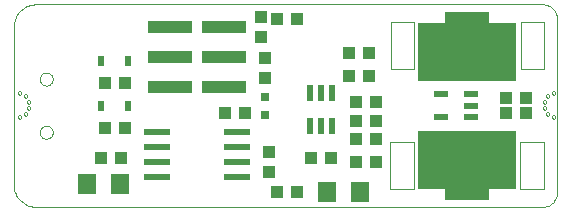
<source format=gtp>
G75*
%MOIN*%
%OFA0B0*%
%FSLAX24Y24*%
%IPPOS*%
%LPD*%
%AMOC8*
5,1,8,0,0,1.08239X$1,22.5*
%
%ADD10C,0.0000*%
%ADD11R,0.0394X0.0433*%
%ADD12R,0.0248X0.0327*%
%ADD13R,0.0870X0.0240*%
%ADD14R,0.0217X0.0531*%
%ADD15R,0.0472X0.0217*%
%ADD16R,0.0433X0.0394*%
%ADD17R,0.1450X0.0394*%
%ADD18R,0.0315X0.0315*%
%ADD19R,0.0630X0.0709*%
%ADD20R,0.3307X0.1969*%
%ADD21R,0.1496X0.0551*%
%ADD22C,0.0039*%
D10*
X006773Y003863D02*
X023643Y003863D01*
X023687Y003865D01*
X023730Y003871D01*
X023772Y003880D01*
X023814Y003893D01*
X023854Y003910D01*
X023893Y003930D01*
X023930Y003953D01*
X023964Y003980D01*
X023997Y004009D01*
X024026Y004042D01*
X024053Y004076D01*
X024076Y004113D01*
X024096Y004152D01*
X024113Y004192D01*
X024126Y004234D01*
X024135Y004276D01*
X024141Y004319D01*
X024143Y004363D01*
X024143Y010109D01*
X024141Y010152D01*
X024136Y010196D01*
X024127Y010238D01*
X024114Y010280D01*
X024098Y010320D01*
X024078Y010359D01*
X024055Y010396D01*
X024029Y010431D01*
X024000Y010463D01*
X023968Y010493D01*
X023933Y010520D01*
X023897Y010544D01*
X023858Y010564D01*
X023818Y010581D01*
X023777Y010595D01*
X023734Y010605D01*
X023691Y010611D01*
X023647Y010613D01*
X023648Y010613D02*
X006777Y010613D01*
X006723Y010611D01*
X006670Y010605D01*
X006617Y010596D01*
X006565Y010582D01*
X006514Y010565D01*
X006464Y010545D01*
X006416Y010521D01*
X006369Y010493D01*
X006325Y010463D01*
X006283Y010429D01*
X006244Y010392D01*
X006207Y010353D01*
X006173Y010311D01*
X006143Y010267D01*
X006115Y010220D01*
X006091Y010172D01*
X006071Y010122D01*
X006054Y010071D01*
X006040Y010019D01*
X006031Y009966D01*
X006025Y009913D01*
X006023Y009859D01*
X006023Y004613D01*
X006025Y004559D01*
X006031Y004506D01*
X006040Y004454D01*
X006053Y004402D01*
X006070Y004351D01*
X006091Y004301D01*
X006115Y004254D01*
X006142Y004208D01*
X006173Y004164D01*
X006206Y004122D01*
X006243Y004083D01*
X006282Y004046D01*
X006324Y004013D01*
X006368Y003982D01*
X006414Y003955D01*
X006461Y003931D01*
X006511Y003910D01*
X006562Y003893D01*
X006614Y003880D01*
X006666Y003871D01*
X006719Y003865D01*
X006773Y003863D01*
X006892Y006352D02*
X006894Y006381D01*
X006900Y006409D01*
X006909Y006437D01*
X006922Y006463D01*
X006939Y006486D01*
X006958Y006508D01*
X006980Y006527D01*
X007005Y006542D01*
X007031Y006555D01*
X007059Y006563D01*
X007087Y006568D01*
X007116Y006569D01*
X007145Y006566D01*
X007173Y006559D01*
X007200Y006549D01*
X007226Y006535D01*
X007249Y006518D01*
X007270Y006498D01*
X007288Y006475D01*
X007303Y006450D01*
X007314Y006423D01*
X007322Y006395D01*
X007326Y006366D01*
X007326Y006338D01*
X007322Y006309D01*
X007314Y006281D01*
X007303Y006254D01*
X007288Y006229D01*
X007270Y006206D01*
X007249Y006186D01*
X007226Y006169D01*
X007200Y006155D01*
X007173Y006145D01*
X007145Y006138D01*
X007116Y006135D01*
X007087Y006136D01*
X007059Y006141D01*
X007031Y006149D01*
X007005Y006162D01*
X006980Y006177D01*
X006958Y006196D01*
X006939Y006218D01*
X006922Y006241D01*
X006909Y006267D01*
X006900Y006295D01*
X006894Y006323D01*
X006892Y006352D01*
X006163Y006863D02*
X006165Y006878D01*
X006170Y006892D01*
X006179Y006904D01*
X006191Y006914D01*
X006204Y006920D01*
X006219Y006923D01*
X006234Y006922D01*
X006249Y006917D01*
X006261Y006909D01*
X006272Y006898D01*
X006279Y006885D01*
X006283Y006871D01*
X006283Y006855D01*
X006279Y006841D01*
X006272Y006828D01*
X006261Y006817D01*
X006249Y006809D01*
X006234Y006804D01*
X006219Y006803D01*
X006204Y006806D01*
X006191Y006812D01*
X006179Y006822D01*
X006170Y006834D01*
X006165Y006848D01*
X006163Y006863D01*
X006363Y006963D02*
X006365Y006978D01*
X006370Y006992D01*
X006379Y007004D01*
X006391Y007014D01*
X006404Y007020D01*
X006419Y007023D01*
X006434Y007022D01*
X006449Y007017D01*
X006461Y007009D01*
X006472Y006998D01*
X006479Y006985D01*
X006483Y006971D01*
X006483Y006955D01*
X006479Y006941D01*
X006472Y006928D01*
X006461Y006917D01*
X006449Y006909D01*
X006434Y006904D01*
X006419Y006903D01*
X006404Y006906D01*
X006391Y006912D01*
X006379Y006922D01*
X006370Y006934D01*
X006365Y006948D01*
X006363Y006963D01*
X006463Y007163D02*
X006465Y007178D01*
X006470Y007192D01*
X006479Y007204D01*
X006491Y007214D01*
X006504Y007220D01*
X006519Y007223D01*
X006534Y007222D01*
X006549Y007217D01*
X006561Y007209D01*
X006572Y007198D01*
X006579Y007185D01*
X006583Y007171D01*
X006583Y007155D01*
X006579Y007141D01*
X006572Y007128D01*
X006561Y007117D01*
X006549Y007109D01*
X006534Y007104D01*
X006519Y007103D01*
X006504Y007106D01*
X006491Y007112D01*
X006479Y007122D01*
X006470Y007134D01*
X006465Y007148D01*
X006463Y007163D01*
X006463Y007363D02*
X006465Y007378D01*
X006470Y007392D01*
X006479Y007404D01*
X006491Y007414D01*
X006504Y007420D01*
X006519Y007423D01*
X006534Y007422D01*
X006549Y007417D01*
X006561Y007409D01*
X006572Y007398D01*
X006579Y007385D01*
X006583Y007371D01*
X006583Y007355D01*
X006579Y007341D01*
X006572Y007328D01*
X006561Y007317D01*
X006549Y007309D01*
X006534Y007304D01*
X006519Y007303D01*
X006504Y007306D01*
X006491Y007312D01*
X006479Y007322D01*
X006470Y007334D01*
X006465Y007348D01*
X006463Y007363D01*
X006363Y007563D02*
X006365Y007578D01*
X006370Y007592D01*
X006379Y007604D01*
X006391Y007614D01*
X006404Y007620D01*
X006419Y007623D01*
X006434Y007622D01*
X006449Y007617D01*
X006461Y007609D01*
X006472Y007598D01*
X006479Y007585D01*
X006483Y007571D01*
X006483Y007555D01*
X006479Y007541D01*
X006472Y007528D01*
X006461Y007517D01*
X006449Y007509D01*
X006434Y007504D01*
X006419Y007503D01*
X006404Y007506D01*
X006391Y007512D01*
X006379Y007522D01*
X006370Y007534D01*
X006365Y007548D01*
X006363Y007563D01*
X006163Y007663D02*
X006165Y007678D01*
X006170Y007692D01*
X006179Y007704D01*
X006191Y007714D01*
X006204Y007720D01*
X006219Y007723D01*
X006234Y007722D01*
X006249Y007717D01*
X006261Y007709D01*
X006272Y007698D01*
X006279Y007685D01*
X006283Y007671D01*
X006283Y007655D01*
X006279Y007641D01*
X006272Y007628D01*
X006261Y007617D01*
X006249Y007609D01*
X006234Y007604D01*
X006219Y007603D01*
X006204Y007606D01*
X006191Y007612D01*
X006179Y007622D01*
X006170Y007634D01*
X006165Y007648D01*
X006163Y007663D01*
X006892Y008124D02*
X006894Y008153D01*
X006900Y008181D01*
X006909Y008209D01*
X006922Y008235D01*
X006939Y008258D01*
X006958Y008280D01*
X006980Y008299D01*
X007005Y008314D01*
X007031Y008327D01*
X007059Y008335D01*
X007087Y008340D01*
X007116Y008341D01*
X007145Y008338D01*
X007173Y008331D01*
X007200Y008321D01*
X007226Y008307D01*
X007249Y008290D01*
X007270Y008270D01*
X007288Y008247D01*
X007303Y008222D01*
X007314Y008195D01*
X007322Y008167D01*
X007326Y008138D01*
X007326Y008110D01*
X007322Y008081D01*
X007314Y008053D01*
X007303Y008026D01*
X007288Y008001D01*
X007270Y007978D01*
X007249Y007958D01*
X007226Y007941D01*
X007200Y007927D01*
X007173Y007917D01*
X007145Y007910D01*
X007116Y007907D01*
X007087Y007908D01*
X007059Y007913D01*
X007031Y007921D01*
X007005Y007934D01*
X006980Y007949D01*
X006958Y007968D01*
X006939Y007990D01*
X006922Y008013D01*
X006909Y008039D01*
X006900Y008067D01*
X006894Y008095D01*
X006892Y008124D01*
X023663Y007363D02*
X023665Y007378D01*
X023670Y007392D01*
X023679Y007404D01*
X023691Y007414D01*
X023704Y007420D01*
X023719Y007423D01*
X023734Y007422D01*
X023749Y007417D01*
X023761Y007409D01*
X023772Y007398D01*
X023779Y007385D01*
X023783Y007371D01*
X023783Y007355D01*
X023779Y007341D01*
X023772Y007328D01*
X023761Y007317D01*
X023749Y007309D01*
X023734Y007304D01*
X023719Y007303D01*
X023704Y007306D01*
X023691Y007312D01*
X023679Y007322D01*
X023670Y007334D01*
X023665Y007348D01*
X023663Y007363D01*
X023663Y007163D02*
X023665Y007178D01*
X023670Y007192D01*
X023679Y007204D01*
X023691Y007214D01*
X023704Y007220D01*
X023719Y007223D01*
X023734Y007222D01*
X023749Y007217D01*
X023761Y007209D01*
X023772Y007198D01*
X023779Y007185D01*
X023783Y007171D01*
X023783Y007155D01*
X023779Y007141D01*
X023772Y007128D01*
X023761Y007117D01*
X023749Y007109D01*
X023734Y007104D01*
X023719Y007103D01*
X023704Y007106D01*
X023691Y007112D01*
X023679Y007122D01*
X023670Y007134D01*
X023665Y007148D01*
X023663Y007163D01*
X023763Y006963D02*
X023765Y006978D01*
X023770Y006992D01*
X023779Y007004D01*
X023791Y007014D01*
X023804Y007020D01*
X023819Y007023D01*
X023834Y007022D01*
X023849Y007017D01*
X023861Y007009D01*
X023872Y006998D01*
X023879Y006985D01*
X023883Y006971D01*
X023883Y006955D01*
X023879Y006941D01*
X023872Y006928D01*
X023861Y006917D01*
X023849Y006909D01*
X023834Y006904D01*
X023819Y006903D01*
X023804Y006906D01*
X023791Y006912D01*
X023779Y006922D01*
X023770Y006934D01*
X023765Y006948D01*
X023763Y006963D01*
X023963Y006863D02*
X023965Y006878D01*
X023970Y006892D01*
X023979Y006904D01*
X023991Y006914D01*
X024004Y006920D01*
X024019Y006923D01*
X024034Y006922D01*
X024049Y006917D01*
X024061Y006909D01*
X024072Y006898D01*
X024079Y006885D01*
X024083Y006871D01*
X024083Y006855D01*
X024079Y006841D01*
X024072Y006828D01*
X024061Y006817D01*
X024049Y006809D01*
X024034Y006804D01*
X024019Y006803D01*
X024004Y006806D01*
X023991Y006812D01*
X023979Y006822D01*
X023970Y006834D01*
X023965Y006848D01*
X023963Y006863D01*
X023763Y007563D02*
X023765Y007578D01*
X023770Y007592D01*
X023779Y007604D01*
X023791Y007614D01*
X023804Y007620D01*
X023819Y007623D01*
X023834Y007622D01*
X023849Y007617D01*
X023861Y007609D01*
X023872Y007598D01*
X023879Y007585D01*
X023883Y007571D01*
X023883Y007555D01*
X023879Y007541D01*
X023872Y007528D01*
X023861Y007517D01*
X023849Y007509D01*
X023834Y007504D01*
X023819Y007503D01*
X023804Y007506D01*
X023791Y007512D01*
X023779Y007522D01*
X023770Y007534D01*
X023765Y007548D01*
X023763Y007563D01*
X023963Y007663D02*
X023965Y007678D01*
X023970Y007692D01*
X023979Y007704D01*
X023991Y007714D01*
X024004Y007720D01*
X024019Y007723D01*
X024034Y007722D01*
X024049Y007717D01*
X024061Y007709D01*
X024072Y007698D01*
X024079Y007685D01*
X024083Y007671D01*
X024083Y007655D01*
X024079Y007641D01*
X024072Y007628D01*
X024061Y007617D01*
X024049Y007609D01*
X024034Y007604D01*
X024019Y007603D01*
X024004Y007606D01*
X023991Y007612D01*
X023979Y007622D01*
X023970Y007634D01*
X023965Y007648D01*
X023963Y007663D01*
D11*
X023108Y007488D03*
X022438Y007488D03*
X018108Y006738D03*
X017438Y006738D03*
X017438Y006113D03*
X018108Y006113D03*
X015483Y004363D03*
X014813Y004363D03*
X009608Y005488D03*
X008938Y005488D03*
X009063Y006488D03*
X009733Y006488D03*
X013063Y006988D03*
X013733Y006988D03*
X009733Y007988D03*
X009063Y007988D03*
X014273Y009528D03*
X014813Y010113D03*
X014273Y010197D03*
X015483Y010113D03*
X017188Y008988D03*
X017858Y008988D03*
D12*
X009851Y008738D03*
X008945Y008738D03*
X008945Y007238D03*
X009851Y007238D03*
D13*
X010818Y006363D03*
X010818Y005863D03*
X010818Y005363D03*
X010818Y004863D03*
X013468Y004863D03*
X013468Y005363D03*
X013468Y005863D03*
X013468Y006363D03*
D14*
X015899Y006571D03*
X016273Y006571D03*
X016647Y006571D03*
X016647Y007654D03*
X016273Y007654D03*
X015899Y007654D03*
D15*
X020261Y007612D03*
X021285Y007612D03*
X021285Y007238D03*
X021285Y006864D03*
X020261Y006864D03*
D16*
X022438Y006988D03*
X023108Y006988D03*
X018108Y007363D03*
X017438Y007363D03*
X017188Y008238D03*
X017858Y008238D03*
X014398Y008153D03*
X014398Y008822D03*
X014523Y005697D03*
X015938Y005488D03*
X016608Y005488D03*
X017438Y005363D03*
X018108Y005363D03*
X014523Y005028D03*
D17*
X013048Y007863D03*
X011248Y007863D03*
X011248Y008863D03*
X013048Y008863D03*
X013048Y009863D03*
X011248Y009863D03*
D18*
X014398Y007533D03*
X014398Y006943D03*
D19*
X009574Y004613D03*
X008472Y004613D03*
X016472Y004363D03*
X017574Y004363D03*
D20*
X021148Y005435D03*
X021148Y009041D03*
D21*
X021148Y010104D03*
X021148Y004372D03*
D22*
X021734Y004254D02*
X021734Y004490D01*
X020553Y004490D01*
X020553Y004254D01*
X021734Y004254D01*
X022916Y004450D02*
X023703Y004450D01*
X023703Y006025D01*
X022916Y006025D01*
X022916Y004450D01*
X019372Y004450D02*
X019372Y006025D01*
X018585Y006025D01*
X018585Y004450D01*
X019372Y004450D01*
X019380Y008450D02*
X018593Y008450D01*
X018593Y010025D01*
X019380Y010025D01*
X019380Y008450D01*
X020561Y009986D02*
X021742Y009986D01*
X021742Y010222D01*
X020561Y010222D01*
X020561Y009986D01*
X022923Y010025D02*
X022923Y008450D01*
X023711Y008450D01*
X023711Y010025D01*
X022923Y010025D01*
M02*

</source>
